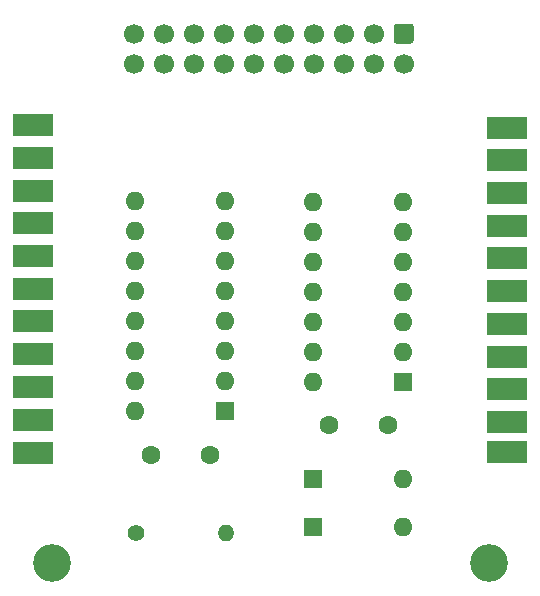
<source format=gbr>
%TF.GenerationSoftware,KiCad,Pcbnew,(5.1.9)-1*%
%TF.CreationDate,2021-05-27T14:44:41-04:00*%
%TF.ProjectId,Aimga2MacFloppy,41696d67-6132-44d6-9163-466c6f707079,1.0*%
%TF.SameCoordinates,Original*%
%TF.FileFunction,Soldermask,Bot*%
%TF.FilePolarity,Negative*%
%FSLAX46Y46*%
G04 Gerber Fmt 4.6, Leading zero omitted, Abs format (unit mm)*
G04 Created by KiCad (PCBNEW (5.1.9)-1) date 2021-05-27 14:44:41*
%MOMM*%
%LPD*%
G01*
G04 APERTURE LIST*
%ADD10O,1.600000X1.600000*%
%ADD11R,1.600000X1.600000*%
%ADD12C,1.600000*%
%ADD13C,3.200000*%
%ADD14R,3.480000X1.846667*%
%ADD15O,1.400000X1.400000*%
%ADD16C,1.400000*%
%ADD17C,1.700000*%
G04 APERTURE END LIST*
D10*
%TO.C,D2*%
X149758000Y-120923000D03*
D11*
X142138000Y-120923000D03*
%TD*%
D10*
%TO.C,D1*%
X149758000Y-124923000D03*
D11*
X142138000Y-124923000D03*
%TD*%
D12*
%TO.C,C1*%
X133408000Y-118833000D03*
X128408000Y-118833000D03*
%TD*%
%TO.C,C2*%
X148488000Y-116343000D03*
X143488000Y-116343000D03*
%TD*%
D13*
%TO.C,Hole2*%
X157000000Y-128000000D03*
%TD*%
D14*
%TO.C,J1*%
X118444000Y-90941000D03*
X118444000Y-93711000D03*
X118444000Y-96481000D03*
X118444000Y-99251000D03*
X118444000Y-102021000D03*
X118444000Y-104791000D03*
X118444000Y-107561000D03*
X118444000Y-110331000D03*
X118444000Y-113101000D03*
X118444000Y-115871000D03*
X118444000Y-118670000D03*
%TD*%
%TO.C,J3*%
X158500000Y-118611000D03*
X158500000Y-116071000D03*
X158500000Y-113301000D03*
X158500000Y-110531000D03*
X158500000Y-107761000D03*
X158500000Y-104991000D03*
X158500000Y-102221000D03*
X158500000Y-99451000D03*
X158500000Y-96681000D03*
X158500000Y-93911000D03*
X158500000Y-91141000D03*
%TD*%
D13*
%TO.C,Hole1*%
X120000000Y-128000000D03*
%TD*%
D15*
%TO.C,R460*%
X134771000Y-125511000D03*
D16*
X127151000Y-125511000D03*
%TD*%
D17*
%TO.C,J2*%
X126940000Y-85733000D03*
X129480000Y-85733000D03*
X132020000Y-85733000D03*
X134560000Y-85733000D03*
X137100000Y-85733000D03*
X139640000Y-85733000D03*
X142180000Y-85733000D03*
X144720000Y-85733000D03*
X147260000Y-85733000D03*
X149800000Y-85733000D03*
X126940000Y-83193000D03*
X129480000Y-83193000D03*
X132020000Y-83193000D03*
X134560000Y-83193000D03*
X137100000Y-83193000D03*
X139640000Y-83193000D03*
X142180000Y-83193000D03*
X144720000Y-83193000D03*
X147260000Y-83193000D03*
G36*
G01*
X149200000Y-82343000D02*
X150400000Y-82343000D01*
G75*
G02*
X150650000Y-82593000I0J-250000D01*
G01*
X150650000Y-83793000D01*
G75*
G02*
X150400000Y-84043000I-250000J0D01*
G01*
X149200000Y-84043000D01*
G75*
G02*
X148950000Y-83793000I0J250000D01*
G01*
X148950000Y-82593000D01*
G75*
G02*
X149200000Y-82343000I250000J0D01*
G01*
G37*
%TD*%
D10*
%TO.C,U2*%
X142137000Y-112684000D03*
X149757000Y-97444000D03*
X142137000Y-110144000D03*
X149757000Y-99984000D03*
X142137000Y-107604000D03*
X149757000Y-102524000D03*
X142137000Y-105064000D03*
X149757000Y-105064000D03*
X142137000Y-102524000D03*
X149757000Y-107604000D03*
X142137000Y-99984000D03*
X149757000Y-110144000D03*
X142137000Y-97444000D03*
D11*
X149757000Y-112684000D03*
%TD*%
D10*
%TO.C,U1*%
X127054000Y-115168000D03*
X134674000Y-97388000D03*
X127054000Y-112628000D03*
X134674000Y-99928000D03*
X127054000Y-110088000D03*
X134674000Y-102468000D03*
X127054000Y-107548000D03*
X134674000Y-105008000D03*
X127054000Y-105008000D03*
X134674000Y-107548000D03*
X127054000Y-102468000D03*
X134674000Y-110088000D03*
X127054000Y-99928000D03*
X134674000Y-112628000D03*
X127054000Y-97388000D03*
D11*
X134674000Y-115168000D03*
%TD*%
M02*

</source>
